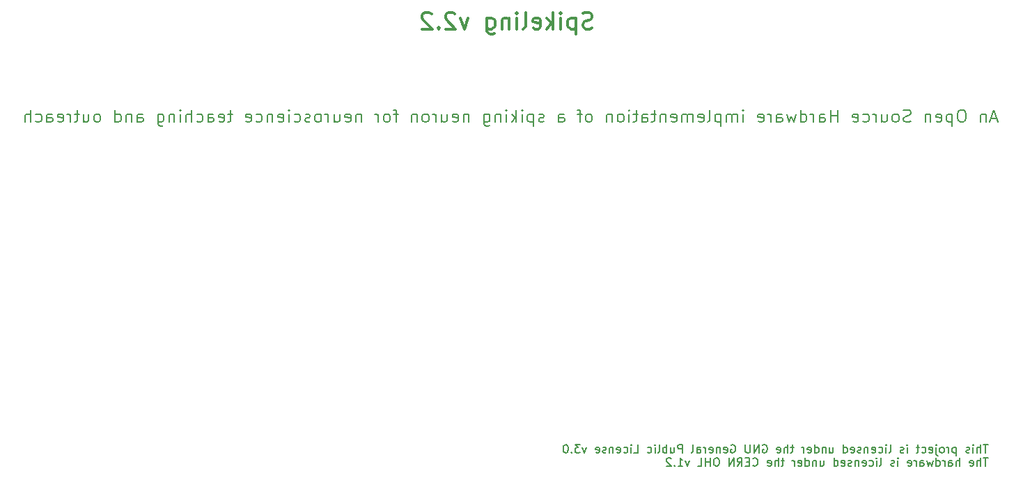
<source format=gbr>
%TF.GenerationSoftware,KiCad,Pcbnew,(6.0.4)*%
%TF.CreationDate,2022-10-21T11:56:49+02:00*%
%TF.ProjectId,Spikeling_V2.2c,5370696b-656c-4696-9e67-5f56322e3263,rev?*%
%TF.SameCoordinates,Original*%
%TF.FileFunction,Legend,Bot*%
%TF.FilePolarity,Positive*%
%FSLAX46Y46*%
G04 Gerber Fmt 4.6, Leading zero omitted, Abs format (unit mm)*
G04 Created by KiCad (PCBNEW (6.0.4)) date 2022-10-21 11:56:49*
%MOMM*%
%LPD*%
G01*
G04 APERTURE LIST*
%ADD10C,0.300000*%
%ADD11C,0.200000*%
%ADD12C,0.150000*%
G04 APERTURE END LIST*
D10*
X170133333Y-66109523D02*
X169847619Y-66204761D01*
X169371428Y-66204761D01*
X169180952Y-66109523D01*
X169085714Y-66014285D01*
X168990476Y-65823809D01*
X168990476Y-65633333D01*
X169085714Y-65442857D01*
X169180952Y-65347619D01*
X169371428Y-65252380D01*
X169752380Y-65157142D01*
X169942857Y-65061904D01*
X170038095Y-64966666D01*
X170133333Y-64776190D01*
X170133333Y-64585714D01*
X170038095Y-64395238D01*
X169942857Y-64300000D01*
X169752380Y-64204761D01*
X169276190Y-64204761D01*
X168990476Y-64300000D01*
X168133333Y-64871428D02*
X168133333Y-66871428D01*
X168133333Y-64966666D02*
X167942857Y-64871428D01*
X167561904Y-64871428D01*
X167371428Y-64966666D01*
X167276190Y-65061904D01*
X167180952Y-65252380D01*
X167180952Y-65823809D01*
X167276190Y-66014285D01*
X167371428Y-66109523D01*
X167561904Y-66204761D01*
X167942857Y-66204761D01*
X168133333Y-66109523D01*
X166323809Y-66204761D02*
X166323809Y-64871428D01*
X166323809Y-64204761D02*
X166419047Y-64300000D01*
X166323809Y-64395238D01*
X166228571Y-64300000D01*
X166323809Y-64204761D01*
X166323809Y-64395238D01*
X165371428Y-66204761D02*
X165371428Y-64204761D01*
X165180952Y-65442857D02*
X164609523Y-66204761D01*
X164609523Y-64871428D02*
X165371428Y-65633333D01*
X162990476Y-66109523D02*
X163180952Y-66204761D01*
X163561904Y-66204761D01*
X163752380Y-66109523D01*
X163847619Y-65919047D01*
X163847619Y-65157142D01*
X163752380Y-64966666D01*
X163561904Y-64871428D01*
X163180952Y-64871428D01*
X162990476Y-64966666D01*
X162895238Y-65157142D01*
X162895238Y-65347619D01*
X163847619Y-65538095D01*
X161752380Y-66204761D02*
X161942857Y-66109523D01*
X162038095Y-65919047D01*
X162038095Y-64204761D01*
X160990476Y-66204761D02*
X160990476Y-64871428D01*
X160990476Y-64204761D02*
X161085714Y-64300000D01*
X160990476Y-64395238D01*
X160895238Y-64300000D01*
X160990476Y-64204761D01*
X160990476Y-64395238D01*
X160038095Y-64871428D02*
X160038095Y-66204761D01*
X160038095Y-65061904D02*
X159942857Y-64966666D01*
X159752380Y-64871428D01*
X159466666Y-64871428D01*
X159276190Y-64966666D01*
X159180952Y-65157142D01*
X159180952Y-66204761D01*
X157371428Y-64871428D02*
X157371428Y-66490476D01*
X157466666Y-66680952D01*
X157561904Y-66776190D01*
X157752380Y-66871428D01*
X158038095Y-66871428D01*
X158228571Y-66776190D01*
X157371428Y-66109523D02*
X157561904Y-66204761D01*
X157942857Y-66204761D01*
X158133333Y-66109523D01*
X158228571Y-66014285D01*
X158323809Y-65823809D01*
X158323809Y-65252380D01*
X158228571Y-65061904D01*
X158133333Y-64966666D01*
X157942857Y-64871428D01*
X157561904Y-64871428D01*
X157371428Y-64966666D01*
X155085714Y-64871428D02*
X154609523Y-66204761D01*
X154133333Y-64871428D01*
X153466666Y-64395238D02*
X153371428Y-64300000D01*
X153180952Y-64204761D01*
X152704761Y-64204761D01*
X152514285Y-64300000D01*
X152419047Y-64395238D01*
X152323809Y-64585714D01*
X152323809Y-64776190D01*
X152419047Y-65061904D01*
X153561904Y-66204761D01*
X152323809Y-66204761D01*
X151466666Y-66014285D02*
X151371428Y-66109523D01*
X151466666Y-66204761D01*
X151561904Y-66109523D01*
X151466666Y-66014285D01*
X151466666Y-66204761D01*
X150609523Y-64395238D02*
X150514285Y-64300000D01*
X150323809Y-64204761D01*
X149847619Y-64204761D01*
X149657142Y-64300000D01*
X149561904Y-64395238D01*
X149466666Y-64585714D01*
X149466666Y-64776190D01*
X149561904Y-65061904D01*
X150704761Y-66204761D01*
X149466666Y-66204761D01*
D11*
X219357142Y-77100000D02*
X218642857Y-77100000D01*
X219499999Y-77528571D02*
X218999999Y-76028571D01*
X218499999Y-77528571D01*
X217999999Y-76528571D02*
X217999999Y-77528571D01*
X217999999Y-76671428D02*
X217928571Y-76600000D01*
X217785714Y-76528571D01*
X217571428Y-76528571D01*
X217428571Y-76600000D01*
X217357142Y-76742857D01*
X217357142Y-77528571D01*
X215214285Y-76028571D02*
X214928571Y-76028571D01*
X214785714Y-76100000D01*
X214642857Y-76242857D01*
X214571428Y-76528571D01*
X214571428Y-77028571D01*
X214642857Y-77314285D01*
X214785714Y-77457142D01*
X214928571Y-77528571D01*
X215214285Y-77528571D01*
X215357142Y-77457142D01*
X215499999Y-77314285D01*
X215571428Y-77028571D01*
X215571428Y-76528571D01*
X215499999Y-76242857D01*
X215357142Y-76100000D01*
X215214285Y-76028571D01*
X213928571Y-76528571D02*
X213928571Y-78028571D01*
X213928571Y-76600000D02*
X213785714Y-76528571D01*
X213499999Y-76528571D01*
X213357142Y-76600000D01*
X213285714Y-76671428D01*
X213214285Y-76814285D01*
X213214285Y-77242857D01*
X213285714Y-77385714D01*
X213357142Y-77457142D01*
X213499999Y-77528571D01*
X213785714Y-77528571D01*
X213928571Y-77457142D01*
X211999999Y-77457142D02*
X212142857Y-77528571D01*
X212428571Y-77528571D01*
X212571428Y-77457142D01*
X212642857Y-77314285D01*
X212642857Y-76742857D01*
X212571428Y-76600000D01*
X212428571Y-76528571D01*
X212142857Y-76528571D01*
X211999999Y-76600000D01*
X211928571Y-76742857D01*
X211928571Y-76885714D01*
X212642857Y-77028571D01*
X211285714Y-76528571D02*
X211285714Y-77528571D01*
X211285714Y-76671428D02*
X211214285Y-76600000D01*
X211071428Y-76528571D01*
X210857142Y-76528571D01*
X210714285Y-76600000D01*
X210642857Y-76742857D01*
X210642857Y-77528571D01*
X208857142Y-77457142D02*
X208642857Y-77528571D01*
X208285714Y-77528571D01*
X208142857Y-77457142D01*
X208071428Y-77385714D01*
X207999999Y-77242857D01*
X207999999Y-77100000D01*
X208071428Y-76957142D01*
X208142857Y-76885714D01*
X208285714Y-76814285D01*
X208571428Y-76742857D01*
X208714285Y-76671428D01*
X208785714Y-76600000D01*
X208857142Y-76457142D01*
X208857142Y-76314285D01*
X208785714Y-76171428D01*
X208714285Y-76100000D01*
X208571428Y-76028571D01*
X208214285Y-76028571D01*
X207999999Y-76100000D01*
X207142857Y-77528571D02*
X207285714Y-77457142D01*
X207357142Y-77385714D01*
X207428571Y-77242857D01*
X207428571Y-76814285D01*
X207357142Y-76671428D01*
X207285714Y-76600000D01*
X207142857Y-76528571D01*
X206928571Y-76528571D01*
X206785714Y-76600000D01*
X206714285Y-76671428D01*
X206642857Y-76814285D01*
X206642857Y-77242857D01*
X206714285Y-77385714D01*
X206785714Y-77457142D01*
X206928571Y-77528571D01*
X207142857Y-77528571D01*
X205357142Y-76528571D02*
X205357142Y-77528571D01*
X205999999Y-76528571D02*
X205999999Y-77314285D01*
X205928571Y-77457142D01*
X205785714Y-77528571D01*
X205571428Y-77528571D01*
X205428571Y-77457142D01*
X205357142Y-77385714D01*
X204642857Y-77528571D02*
X204642857Y-76528571D01*
X204642857Y-76814285D02*
X204571428Y-76671428D01*
X204499999Y-76600000D01*
X204357142Y-76528571D01*
X204214285Y-76528571D01*
X203071428Y-77457142D02*
X203214285Y-77528571D01*
X203499999Y-77528571D01*
X203642857Y-77457142D01*
X203714285Y-77385714D01*
X203785714Y-77242857D01*
X203785714Y-76814285D01*
X203714285Y-76671428D01*
X203642857Y-76600000D01*
X203499999Y-76528571D01*
X203214285Y-76528571D01*
X203071428Y-76600000D01*
X201857142Y-77457142D02*
X201999999Y-77528571D01*
X202285714Y-77528571D01*
X202428571Y-77457142D01*
X202499999Y-77314285D01*
X202499999Y-76742857D01*
X202428571Y-76600000D01*
X202285714Y-76528571D01*
X201999999Y-76528571D01*
X201857142Y-76600000D01*
X201785714Y-76742857D01*
X201785714Y-76885714D01*
X202499999Y-77028571D01*
X199999999Y-77528571D02*
X199999999Y-76028571D01*
X199999999Y-76742857D02*
X199142857Y-76742857D01*
X199142857Y-77528571D02*
X199142857Y-76028571D01*
X197785714Y-77528571D02*
X197785714Y-76742857D01*
X197857142Y-76600000D01*
X197999999Y-76528571D01*
X198285714Y-76528571D01*
X198428571Y-76600000D01*
X197785714Y-77457142D02*
X197928571Y-77528571D01*
X198285714Y-77528571D01*
X198428571Y-77457142D01*
X198499999Y-77314285D01*
X198499999Y-77171428D01*
X198428571Y-77028571D01*
X198285714Y-76957142D01*
X197928571Y-76957142D01*
X197785714Y-76885714D01*
X197071428Y-77528571D02*
X197071428Y-76528571D01*
X197071428Y-76814285D02*
X196999999Y-76671428D01*
X196928571Y-76600000D01*
X196785714Y-76528571D01*
X196642857Y-76528571D01*
X195499999Y-77528571D02*
X195499999Y-76028571D01*
X195499999Y-77457142D02*
X195642857Y-77528571D01*
X195928571Y-77528571D01*
X196071428Y-77457142D01*
X196142857Y-77385714D01*
X196214285Y-77242857D01*
X196214285Y-76814285D01*
X196142857Y-76671428D01*
X196071428Y-76600000D01*
X195928571Y-76528571D01*
X195642857Y-76528571D01*
X195499999Y-76600000D01*
X194928571Y-76528571D02*
X194642857Y-77528571D01*
X194357142Y-76814285D01*
X194071428Y-77528571D01*
X193785714Y-76528571D01*
X192571428Y-77528571D02*
X192571428Y-76742857D01*
X192642857Y-76600000D01*
X192785714Y-76528571D01*
X193071428Y-76528571D01*
X193214285Y-76600000D01*
X192571428Y-77457142D02*
X192714285Y-77528571D01*
X193071428Y-77528571D01*
X193214285Y-77457142D01*
X193285714Y-77314285D01*
X193285714Y-77171428D01*
X193214285Y-77028571D01*
X193071428Y-76957142D01*
X192714285Y-76957142D01*
X192571428Y-76885714D01*
X191857142Y-77528571D02*
X191857142Y-76528571D01*
X191857142Y-76814285D02*
X191785714Y-76671428D01*
X191714285Y-76600000D01*
X191571428Y-76528571D01*
X191428571Y-76528571D01*
X190357142Y-77457142D02*
X190499999Y-77528571D01*
X190785714Y-77528571D01*
X190928571Y-77457142D01*
X190999999Y-77314285D01*
X190999999Y-76742857D01*
X190928571Y-76600000D01*
X190785714Y-76528571D01*
X190499999Y-76528571D01*
X190357142Y-76600000D01*
X190285714Y-76742857D01*
X190285714Y-76885714D01*
X190999999Y-77028571D01*
X188499999Y-77528571D02*
X188499999Y-76528571D01*
X188499999Y-76028571D02*
X188571428Y-76100000D01*
X188499999Y-76171428D01*
X188428571Y-76100000D01*
X188499999Y-76028571D01*
X188499999Y-76171428D01*
X187785714Y-77528571D02*
X187785714Y-76528571D01*
X187785714Y-76671428D02*
X187714285Y-76600000D01*
X187571428Y-76528571D01*
X187357142Y-76528571D01*
X187214285Y-76600000D01*
X187142857Y-76742857D01*
X187142857Y-77528571D01*
X187142857Y-76742857D02*
X187071428Y-76600000D01*
X186928571Y-76528571D01*
X186714285Y-76528571D01*
X186571428Y-76600000D01*
X186499999Y-76742857D01*
X186499999Y-77528571D01*
X185785714Y-76528571D02*
X185785714Y-78028571D01*
X185785714Y-76600000D02*
X185642857Y-76528571D01*
X185357142Y-76528571D01*
X185214285Y-76600000D01*
X185142857Y-76671428D01*
X185071428Y-76814285D01*
X185071428Y-77242857D01*
X185142857Y-77385714D01*
X185214285Y-77457142D01*
X185357142Y-77528571D01*
X185642857Y-77528571D01*
X185785714Y-77457142D01*
X184214285Y-77528571D02*
X184357142Y-77457142D01*
X184428571Y-77314285D01*
X184428571Y-76028571D01*
X183071428Y-77457142D02*
X183214285Y-77528571D01*
X183499999Y-77528571D01*
X183642857Y-77457142D01*
X183714285Y-77314285D01*
X183714285Y-76742857D01*
X183642857Y-76600000D01*
X183499999Y-76528571D01*
X183214285Y-76528571D01*
X183071428Y-76600000D01*
X182999999Y-76742857D01*
X182999999Y-76885714D01*
X183714285Y-77028571D01*
X182357142Y-77528571D02*
X182357142Y-76528571D01*
X182357142Y-76671428D02*
X182285714Y-76600000D01*
X182142857Y-76528571D01*
X181928571Y-76528571D01*
X181785714Y-76600000D01*
X181714285Y-76742857D01*
X181714285Y-77528571D01*
X181714285Y-76742857D02*
X181642857Y-76600000D01*
X181499999Y-76528571D01*
X181285714Y-76528571D01*
X181142857Y-76600000D01*
X181071428Y-76742857D01*
X181071428Y-77528571D01*
X179785714Y-77457142D02*
X179928571Y-77528571D01*
X180214285Y-77528571D01*
X180357142Y-77457142D01*
X180428571Y-77314285D01*
X180428571Y-76742857D01*
X180357142Y-76600000D01*
X180214285Y-76528571D01*
X179928571Y-76528571D01*
X179785714Y-76600000D01*
X179714285Y-76742857D01*
X179714285Y-76885714D01*
X180428571Y-77028571D01*
X179071428Y-76528571D02*
X179071428Y-77528571D01*
X179071428Y-76671428D02*
X178999999Y-76600000D01*
X178857142Y-76528571D01*
X178642857Y-76528571D01*
X178499999Y-76600000D01*
X178428571Y-76742857D01*
X178428571Y-77528571D01*
X177928571Y-76528571D02*
X177357142Y-76528571D01*
X177714285Y-76028571D02*
X177714285Y-77314285D01*
X177642857Y-77457142D01*
X177499999Y-77528571D01*
X177357142Y-77528571D01*
X176214285Y-77528571D02*
X176214285Y-76742857D01*
X176285714Y-76600000D01*
X176428571Y-76528571D01*
X176714285Y-76528571D01*
X176857142Y-76600000D01*
X176214285Y-77457142D02*
X176357142Y-77528571D01*
X176714285Y-77528571D01*
X176857142Y-77457142D01*
X176928571Y-77314285D01*
X176928571Y-77171428D01*
X176857142Y-77028571D01*
X176714285Y-76957142D01*
X176357142Y-76957142D01*
X176214285Y-76885714D01*
X175714285Y-76528571D02*
X175142857Y-76528571D01*
X175500000Y-76028571D02*
X175500000Y-77314285D01*
X175428571Y-77457142D01*
X175285714Y-77528571D01*
X175142857Y-77528571D01*
X174642857Y-77528571D02*
X174642857Y-76528571D01*
X174642857Y-76028571D02*
X174714285Y-76100000D01*
X174642857Y-76171428D01*
X174571428Y-76100000D01*
X174642857Y-76028571D01*
X174642857Y-76171428D01*
X173714285Y-77528571D02*
X173857142Y-77457142D01*
X173928571Y-77385714D01*
X174000000Y-77242857D01*
X174000000Y-76814285D01*
X173928571Y-76671428D01*
X173857142Y-76600000D01*
X173714285Y-76528571D01*
X173500000Y-76528571D01*
X173357142Y-76600000D01*
X173285714Y-76671428D01*
X173214285Y-76814285D01*
X173214285Y-77242857D01*
X173285714Y-77385714D01*
X173357142Y-77457142D01*
X173500000Y-77528571D01*
X173714285Y-77528571D01*
X172571428Y-76528571D02*
X172571428Y-77528571D01*
X172571428Y-76671428D02*
X172500000Y-76600000D01*
X172357142Y-76528571D01*
X172142857Y-76528571D01*
X172000000Y-76600000D01*
X171928571Y-76742857D01*
X171928571Y-77528571D01*
X169857142Y-77528571D02*
X170000000Y-77457142D01*
X170071428Y-77385714D01*
X170142857Y-77242857D01*
X170142857Y-76814285D01*
X170071428Y-76671428D01*
X170000000Y-76600000D01*
X169857142Y-76528571D01*
X169642857Y-76528571D01*
X169500000Y-76600000D01*
X169428571Y-76671428D01*
X169357142Y-76814285D01*
X169357142Y-77242857D01*
X169428571Y-77385714D01*
X169500000Y-77457142D01*
X169642857Y-77528571D01*
X169857142Y-77528571D01*
X168928571Y-76528571D02*
X168357142Y-76528571D01*
X168714285Y-77528571D02*
X168714285Y-76242857D01*
X168642857Y-76100000D01*
X168500000Y-76028571D01*
X168357142Y-76028571D01*
X166071428Y-77528571D02*
X166071428Y-76742857D01*
X166142857Y-76600000D01*
X166285714Y-76528571D01*
X166571428Y-76528571D01*
X166714285Y-76600000D01*
X166071428Y-77457142D02*
X166214285Y-77528571D01*
X166571428Y-77528571D01*
X166714285Y-77457142D01*
X166785714Y-77314285D01*
X166785714Y-77171428D01*
X166714285Y-77028571D01*
X166571428Y-76957142D01*
X166214285Y-76957142D01*
X166071428Y-76885714D01*
X164285714Y-77457142D02*
X164142857Y-77528571D01*
X163857142Y-77528571D01*
X163714285Y-77457142D01*
X163642857Y-77314285D01*
X163642857Y-77242857D01*
X163714285Y-77100000D01*
X163857142Y-77028571D01*
X164071428Y-77028571D01*
X164214285Y-76957142D01*
X164285714Y-76814285D01*
X164285714Y-76742857D01*
X164214285Y-76600000D01*
X164071428Y-76528571D01*
X163857142Y-76528571D01*
X163714285Y-76600000D01*
X163000000Y-76528571D02*
X163000000Y-78028571D01*
X163000000Y-76600000D02*
X162857142Y-76528571D01*
X162571428Y-76528571D01*
X162428571Y-76600000D01*
X162357142Y-76671428D01*
X162285714Y-76814285D01*
X162285714Y-77242857D01*
X162357142Y-77385714D01*
X162428571Y-77457142D01*
X162571428Y-77528571D01*
X162857142Y-77528571D01*
X163000000Y-77457142D01*
X161642857Y-77528571D02*
X161642857Y-76528571D01*
X161642857Y-76028571D02*
X161714285Y-76100000D01*
X161642857Y-76171428D01*
X161571428Y-76100000D01*
X161642857Y-76028571D01*
X161642857Y-76171428D01*
X160928571Y-77528571D02*
X160928571Y-76028571D01*
X160785714Y-76957142D02*
X160357142Y-77528571D01*
X160357142Y-76528571D02*
X160928571Y-77100000D01*
X159714285Y-77528571D02*
X159714285Y-76528571D01*
X159714285Y-76028571D02*
X159785714Y-76100000D01*
X159714285Y-76171428D01*
X159642857Y-76100000D01*
X159714285Y-76028571D01*
X159714285Y-76171428D01*
X159000000Y-76528571D02*
X159000000Y-77528571D01*
X159000000Y-76671428D02*
X158928571Y-76600000D01*
X158785714Y-76528571D01*
X158571428Y-76528571D01*
X158428571Y-76600000D01*
X158357142Y-76742857D01*
X158357142Y-77528571D01*
X157000000Y-76528571D02*
X157000000Y-77742857D01*
X157071428Y-77885714D01*
X157142857Y-77957142D01*
X157285714Y-78028571D01*
X157500000Y-78028571D01*
X157642857Y-77957142D01*
X157000000Y-77457142D02*
X157142857Y-77528571D01*
X157428571Y-77528571D01*
X157571428Y-77457142D01*
X157642857Y-77385714D01*
X157714285Y-77242857D01*
X157714285Y-76814285D01*
X157642857Y-76671428D01*
X157571428Y-76600000D01*
X157428571Y-76528571D01*
X157142857Y-76528571D01*
X157000000Y-76600000D01*
X155142857Y-76528571D02*
X155142857Y-77528571D01*
X155142857Y-76671428D02*
X155071428Y-76600000D01*
X154928571Y-76528571D01*
X154714285Y-76528571D01*
X154571428Y-76600000D01*
X154500000Y-76742857D01*
X154500000Y-77528571D01*
X153214285Y-77457142D02*
X153357142Y-77528571D01*
X153642857Y-77528571D01*
X153785714Y-77457142D01*
X153857142Y-77314285D01*
X153857142Y-76742857D01*
X153785714Y-76600000D01*
X153642857Y-76528571D01*
X153357142Y-76528571D01*
X153214285Y-76600000D01*
X153142857Y-76742857D01*
X153142857Y-76885714D01*
X153857142Y-77028571D01*
X151857142Y-76528571D02*
X151857142Y-77528571D01*
X152500000Y-76528571D02*
X152500000Y-77314285D01*
X152428571Y-77457142D01*
X152285714Y-77528571D01*
X152071428Y-77528571D01*
X151928571Y-77457142D01*
X151857142Y-77385714D01*
X151142857Y-77528571D02*
X151142857Y-76528571D01*
X151142857Y-76814285D02*
X151071428Y-76671428D01*
X151000000Y-76600000D01*
X150857142Y-76528571D01*
X150714285Y-76528571D01*
X150000000Y-77528571D02*
X150142857Y-77457142D01*
X150214285Y-77385714D01*
X150285714Y-77242857D01*
X150285714Y-76814285D01*
X150214285Y-76671428D01*
X150142857Y-76600000D01*
X150000000Y-76528571D01*
X149785714Y-76528571D01*
X149642857Y-76600000D01*
X149571428Y-76671428D01*
X149500000Y-76814285D01*
X149500000Y-77242857D01*
X149571428Y-77385714D01*
X149642857Y-77457142D01*
X149785714Y-77528571D01*
X150000000Y-77528571D01*
X148857142Y-76528571D02*
X148857142Y-77528571D01*
X148857142Y-76671428D02*
X148785714Y-76600000D01*
X148642857Y-76528571D01*
X148428571Y-76528571D01*
X148285714Y-76600000D01*
X148214285Y-76742857D01*
X148214285Y-77528571D01*
X146571428Y-76528571D02*
X146000000Y-76528571D01*
X146357142Y-77528571D02*
X146357142Y-76242857D01*
X146285714Y-76100000D01*
X146142857Y-76028571D01*
X146000000Y-76028571D01*
X145285714Y-77528571D02*
X145428571Y-77457142D01*
X145500000Y-77385714D01*
X145571428Y-77242857D01*
X145571428Y-76814285D01*
X145500000Y-76671428D01*
X145428571Y-76600000D01*
X145285714Y-76528571D01*
X145071428Y-76528571D01*
X144928571Y-76600000D01*
X144857142Y-76671428D01*
X144785714Y-76814285D01*
X144785714Y-77242857D01*
X144857142Y-77385714D01*
X144928571Y-77457142D01*
X145071428Y-77528571D01*
X145285714Y-77528571D01*
X144142857Y-77528571D02*
X144142857Y-76528571D01*
X144142857Y-76814285D02*
X144071428Y-76671428D01*
X144000000Y-76600000D01*
X143857142Y-76528571D01*
X143714285Y-76528571D01*
X142071428Y-76528571D02*
X142071428Y-77528571D01*
X142071428Y-76671428D02*
X142000000Y-76600000D01*
X141857142Y-76528571D01*
X141642857Y-76528571D01*
X141500000Y-76600000D01*
X141428571Y-76742857D01*
X141428571Y-77528571D01*
X140142857Y-77457142D02*
X140285714Y-77528571D01*
X140571428Y-77528571D01*
X140714285Y-77457142D01*
X140785714Y-77314285D01*
X140785714Y-76742857D01*
X140714285Y-76600000D01*
X140571428Y-76528571D01*
X140285714Y-76528571D01*
X140142857Y-76600000D01*
X140071428Y-76742857D01*
X140071428Y-76885714D01*
X140785714Y-77028571D01*
X138785714Y-76528571D02*
X138785714Y-77528571D01*
X139428571Y-76528571D02*
X139428571Y-77314285D01*
X139357142Y-77457142D01*
X139214285Y-77528571D01*
X139000000Y-77528571D01*
X138857142Y-77457142D01*
X138785714Y-77385714D01*
X138071428Y-77528571D02*
X138071428Y-76528571D01*
X138071428Y-76814285D02*
X138000000Y-76671428D01*
X137928571Y-76600000D01*
X137785714Y-76528571D01*
X137642857Y-76528571D01*
X136928571Y-77528571D02*
X137071428Y-77457142D01*
X137142857Y-77385714D01*
X137214285Y-77242857D01*
X137214285Y-76814285D01*
X137142857Y-76671428D01*
X137071428Y-76600000D01*
X136928571Y-76528571D01*
X136714285Y-76528571D01*
X136571428Y-76600000D01*
X136500000Y-76671428D01*
X136428571Y-76814285D01*
X136428571Y-77242857D01*
X136500000Y-77385714D01*
X136571428Y-77457142D01*
X136714285Y-77528571D01*
X136928571Y-77528571D01*
X135857142Y-77457142D02*
X135714285Y-77528571D01*
X135428571Y-77528571D01*
X135285714Y-77457142D01*
X135214285Y-77314285D01*
X135214285Y-77242857D01*
X135285714Y-77100000D01*
X135428571Y-77028571D01*
X135642857Y-77028571D01*
X135785714Y-76957142D01*
X135857142Y-76814285D01*
X135857142Y-76742857D01*
X135785714Y-76600000D01*
X135642857Y-76528571D01*
X135428571Y-76528571D01*
X135285714Y-76600000D01*
X133928571Y-77457142D02*
X134071428Y-77528571D01*
X134357142Y-77528571D01*
X134500000Y-77457142D01*
X134571428Y-77385714D01*
X134642857Y-77242857D01*
X134642857Y-76814285D01*
X134571428Y-76671428D01*
X134500000Y-76600000D01*
X134357142Y-76528571D01*
X134071428Y-76528571D01*
X133928571Y-76600000D01*
X133285714Y-77528571D02*
X133285714Y-76528571D01*
X133285714Y-76028571D02*
X133357142Y-76100000D01*
X133285714Y-76171428D01*
X133214285Y-76100000D01*
X133285714Y-76028571D01*
X133285714Y-76171428D01*
X132000000Y-77457142D02*
X132142857Y-77528571D01*
X132428571Y-77528571D01*
X132571428Y-77457142D01*
X132642857Y-77314285D01*
X132642857Y-76742857D01*
X132571428Y-76600000D01*
X132428571Y-76528571D01*
X132142857Y-76528571D01*
X132000000Y-76600000D01*
X131928571Y-76742857D01*
X131928571Y-76885714D01*
X132642857Y-77028571D01*
X131285714Y-76528571D02*
X131285714Y-77528571D01*
X131285714Y-76671428D02*
X131214285Y-76600000D01*
X131071428Y-76528571D01*
X130857142Y-76528571D01*
X130714285Y-76600000D01*
X130642857Y-76742857D01*
X130642857Y-77528571D01*
X129285714Y-77457142D02*
X129428571Y-77528571D01*
X129714285Y-77528571D01*
X129857142Y-77457142D01*
X129928571Y-77385714D01*
X130000000Y-77242857D01*
X130000000Y-76814285D01*
X129928571Y-76671428D01*
X129857142Y-76600000D01*
X129714285Y-76528571D01*
X129428571Y-76528571D01*
X129285714Y-76600000D01*
X128071428Y-77457142D02*
X128214285Y-77528571D01*
X128500000Y-77528571D01*
X128642857Y-77457142D01*
X128714285Y-77314285D01*
X128714285Y-76742857D01*
X128642857Y-76600000D01*
X128500000Y-76528571D01*
X128214285Y-76528571D01*
X128071428Y-76600000D01*
X128000000Y-76742857D01*
X128000000Y-76885714D01*
X128714285Y-77028571D01*
X126428571Y-76528571D02*
X125857142Y-76528571D01*
X126214285Y-76028571D02*
X126214285Y-77314285D01*
X126142857Y-77457142D01*
X126000000Y-77528571D01*
X125857142Y-77528571D01*
X124785714Y-77457142D02*
X124928571Y-77528571D01*
X125214285Y-77528571D01*
X125357142Y-77457142D01*
X125428571Y-77314285D01*
X125428571Y-76742857D01*
X125357142Y-76600000D01*
X125214285Y-76528571D01*
X124928571Y-76528571D01*
X124785714Y-76600000D01*
X124714285Y-76742857D01*
X124714285Y-76885714D01*
X125428571Y-77028571D01*
X123428571Y-77528571D02*
X123428571Y-76742857D01*
X123499999Y-76600000D01*
X123642857Y-76528571D01*
X123928571Y-76528571D01*
X124071428Y-76600000D01*
X123428571Y-77457142D02*
X123571428Y-77528571D01*
X123928571Y-77528571D01*
X124071428Y-77457142D01*
X124142857Y-77314285D01*
X124142857Y-77171428D01*
X124071428Y-77028571D01*
X123928571Y-76957142D01*
X123571428Y-76957142D01*
X123428571Y-76885714D01*
X122071428Y-77457142D02*
X122214285Y-77528571D01*
X122499999Y-77528571D01*
X122642857Y-77457142D01*
X122714285Y-77385714D01*
X122785714Y-77242857D01*
X122785714Y-76814285D01*
X122714285Y-76671428D01*
X122642857Y-76600000D01*
X122499999Y-76528571D01*
X122214285Y-76528571D01*
X122071428Y-76600000D01*
X121428571Y-77528571D02*
X121428571Y-76028571D01*
X120785714Y-77528571D02*
X120785714Y-76742857D01*
X120857142Y-76600000D01*
X120999999Y-76528571D01*
X121214285Y-76528571D01*
X121357142Y-76600000D01*
X121428571Y-76671428D01*
X120071428Y-77528571D02*
X120071428Y-76528571D01*
X120071428Y-76028571D02*
X120142857Y-76100000D01*
X120071428Y-76171428D01*
X119999999Y-76100000D01*
X120071428Y-76028571D01*
X120071428Y-76171428D01*
X119357142Y-76528571D02*
X119357142Y-77528571D01*
X119357142Y-76671428D02*
X119285714Y-76600000D01*
X119142857Y-76528571D01*
X118928571Y-76528571D01*
X118785714Y-76600000D01*
X118714285Y-76742857D01*
X118714285Y-77528571D01*
X117357142Y-76528571D02*
X117357142Y-77742857D01*
X117428571Y-77885714D01*
X117499999Y-77957142D01*
X117642857Y-78028571D01*
X117857142Y-78028571D01*
X117999999Y-77957142D01*
X117357142Y-77457142D02*
X117499999Y-77528571D01*
X117785714Y-77528571D01*
X117928571Y-77457142D01*
X117999999Y-77385714D01*
X118071428Y-77242857D01*
X118071428Y-76814285D01*
X117999999Y-76671428D01*
X117928571Y-76600000D01*
X117785714Y-76528571D01*
X117499999Y-76528571D01*
X117357142Y-76600000D01*
X114857142Y-77528571D02*
X114857142Y-76742857D01*
X114928571Y-76600000D01*
X115071428Y-76528571D01*
X115357142Y-76528571D01*
X115499999Y-76600000D01*
X114857142Y-77457142D02*
X114999999Y-77528571D01*
X115357142Y-77528571D01*
X115499999Y-77457142D01*
X115571428Y-77314285D01*
X115571428Y-77171428D01*
X115499999Y-77028571D01*
X115357142Y-76957142D01*
X114999999Y-76957142D01*
X114857142Y-76885714D01*
X114142857Y-76528571D02*
X114142857Y-77528571D01*
X114142857Y-76671428D02*
X114071428Y-76600000D01*
X113928571Y-76528571D01*
X113714285Y-76528571D01*
X113571428Y-76600000D01*
X113499999Y-76742857D01*
X113499999Y-77528571D01*
X112142857Y-77528571D02*
X112142857Y-76028571D01*
X112142857Y-77457142D02*
X112285714Y-77528571D01*
X112571428Y-77528571D01*
X112714285Y-77457142D01*
X112785714Y-77385714D01*
X112857142Y-77242857D01*
X112857142Y-76814285D01*
X112785714Y-76671428D01*
X112714285Y-76600000D01*
X112571428Y-76528571D01*
X112285714Y-76528571D01*
X112142857Y-76600000D01*
X110071428Y-77528571D02*
X110214285Y-77457142D01*
X110285714Y-77385714D01*
X110357142Y-77242857D01*
X110357142Y-76814285D01*
X110285714Y-76671428D01*
X110214285Y-76600000D01*
X110071428Y-76528571D01*
X109857142Y-76528571D01*
X109714285Y-76600000D01*
X109642857Y-76671428D01*
X109571428Y-76814285D01*
X109571428Y-77242857D01*
X109642857Y-77385714D01*
X109714285Y-77457142D01*
X109857142Y-77528571D01*
X110071428Y-77528571D01*
X108285714Y-76528571D02*
X108285714Y-77528571D01*
X108928571Y-76528571D02*
X108928571Y-77314285D01*
X108857142Y-77457142D01*
X108714285Y-77528571D01*
X108499999Y-77528571D01*
X108357142Y-77457142D01*
X108285714Y-77385714D01*
X107785714Y-76528571D02*
X107214285Y-76528571D01*
X107571428Y-76028571D02*
X107571428Y-77314285D01*
X107499999Y-77457142D01*
X107357142Y-77528571D01*
X107214285Y-77528571D01*
X106714285Y-77528571D02*
X106714285Y-76528571D01*
X106714285Y-76814285D02*
X106642857Y-76671428D01*
X106571428Y-76600000D01*
X106428571Y-76528571D01*
X106285714Y-76528571D01*
X105214285Y-77457142D02*
X105357142Y-77528571D01*
X105642857Y-77528571D01*
X105785714Y-77457142D01*
X105857142Y-77314285D01*
X105857142Y-76742857D01*
X105785714Y-76600000D01*
X105642857Y-76528571D01*
X105357142Y-76528571D01*
X105214285Y-76600000D01*
X105142857Y-76742857D01*
X105142857Y-76885714D01*
X105857142Y-77028571D01*
X103857142Y-77528571D02*
X103857142Y-76742857D01*
X103928571Y-76600000D01*
X104071428Y-76528571D01*
X104357142Y-76528571D01*
X104499999Y-76600000D01*
X103857142Y-77457142D02*
X103999999Y-77528571D01*
X104357142Y-77528571D01*
X104499999Y-77457142D01*
X104571428Y-77314285D01*
X104571428Y-77171428D01*
X104499999Y-77028571D01*
X104357142Y-76957142D01*
X103999999Y-76957142D01*
X103857142Y-76885714D01*
X102499999Y-77457142D02*
X102642857Y-77528571D01*
X102928571Y-77528571D01*
X103071428Y-77457142D01*
X103142857Y-77385714D01*
X103214285Y-77242857D01*
X103214285Y-76814285D01*
X103142857Y-76671428D01*
X103071428Y-76600000D01*
X102928571Y-76528571D01*
X102642857Y-76528571D01*
X102499999Y-76600000D01*
X101857142Y-77528571D02*
X101857142Y-76028571D01*
X101214285Y-77528571D02*
X101214285Y-76742857D01*
X101285714Y-76600000D01*
X101428571Y-76528571D01*
X101642857Y-76528571D01*
X101785714Y-76600000D01*
X101857142Y-76671428D01*
D12*
X218257261Y-116697380D02*
X217685833Y-116697380D01*
X217971547Y-117697380D02*
X217971547Y-116697380D01*
X217352500Y-117697380D02*
X217352500Y-116697380D01*
X216923928Y-117697380D02*
X216923928Y-117173571D01*
X216971547Y-117078333D01*
X217066785Y-117030714D01*
X217209642Y-117030714D01*
X217304880Y-117078333D01*
X217352500Y-117125952D01*
X216447738Y-117697380D02*
X216447738Y-117030714D01*
X216447738Y-116697380D02*
X216495357Y-116745000D01*
X216447738Y-116792619D01*
X216400119Y-116745000D01*
X216447738Y-116697380D01*
X216447738Y-116792619D01*
X216019166Y-117649761D02*
X215923928Y-117697380D01*
X215733452Y-117697380D01*
X215638214Y-117649761D01*
X215590595Y-117554523D01*
X215590595Y-117506904D01*
X215638214Y-117411666D01*
X215733452Y-117364047D01*
X215876309Y-117364047D01*
X215971547Y-117316428D01*
X216019166Y-117221190D01*
X216019166Y-117173571D01*
X215971547Y-117078333D01*
X215876309Y-117030714D01*
X215733452Y-117030714D01*
X215638214Y-117078333D01*
X214400119Y-117030714D02*
X214400119Y-118030714D01*
X214400119Y-117078333D02*
X214304880Y-117030714D01*
X214114404Y-117030714D01*
X214019166Y-117078333D01*
X213971547Y-117125952D01*
X213923928Y-117221190D01*
X213923928Y-117506904D01*
X213971547Y-117602142D01*
X214019166Y-117649761D01*
X214114404Y-117697380D01*
X214304880Y-117697380D01*
X214400119Y-117649761D01*
X213495357Y-117697380D02*
X213495357Y-117030714D01*
X213495357Y-117221190D02*
X213447738Y-117125952D01*
X213400119Y-117078333D01*
X213304880Y-117030714D01*
X213209642Y-117030714D01*
X212733452Y-117697380D02*
X212828690Y-117649761D01*
X212876309Y-117602142D01*
X212923928Y-117506904D01*
X212923928Y-117221190D01*
X212876309Y-117125952D01*
X212828690Y-117078333D01*
X212733452Y-117030714D01*
X212590595Y-117030714D01*
X212495357Y-117078333D01*
X212447738Y-117125952D01*
X212400119Y-117221190D01*
X212400119Y-117506904D01*
X212447738Y-117602142D01*
X212495357Y-117649761D01*
X212590595Y-117697380D01*
X212733452Y-117697380D01*
X211971547Y-117030714D02*
X211971547Y-117887857D01*
X212019166Y-117983095D01*
X212114404Y-118030714D01*
X212162023Y-118030714D01*
X211971547Y-116697380D02*
X212019166Y-116745000D01*
X211971547Y-116792619D01*
X211923928Y-116745000D01*
X211971547Y-116697380D01*
X211971547Y-116792619D01*
X211114404Y-117649761D02*
X211209642Y-117697380D01*
X211400119Y-117697380D01*
X211495357Y-117649761D01*
X211542976Y-117554523D01*
X211542976Y-117173571D01*
X211495357Y-117078333D01*
X211400119Y-117030714D01*
X211209642Y-117030714D01*
X211114404Y-117078333D01*
X211066785Y-117173571D01*
X211066785Y-117268809D01*
X211542976Y-117364047D01*
X210209642Y-117649761D02*
X210304880Y-117697380D01*
X210495357Y-117697380D01*
X210590595Y-117649761D01*
X210638214Y-117602142D01*
X210685833Y-117506904D01*
X210685833Y-117221190D01*
X210638214Y-117125952D01*
X210590595Y-117078333D01*
X210495357Y-117030714D01*
X210304880Y-117030714D01*
X210209642Y-117078333D01*
X209923928Y-117030714D02*
X209542976Y-117030714D01*
X209781071Y-116697380D02*
X209781071Y-117554523D01*
X209733452Y-117649761D01*
X209638214Y-117697380D01*
X209542976Y-117697380D01*
X208447738Y-117697380D02*
X208447738Y-117030714D01*
X208447738Y-116697380D02*
X208495357Y-116745000D01*
X208447738Y-116792619D01*
X208400119Y-116745000D01*
X208447738Y-116697380D01*
X208447738Y-116792619D01*
X208019166Y-117649761D02*
X207923928Y-117697380D01*
X207733452Y-117697380D01*
X207638214Y-117649761D01*
X207590595Y-117554523D01*
X207590595Y-117506904D01*
X207638214Y-117411666D01*
X207733452Y-117364047D01*
X207876309Y-117364047D01*
X207971547Y-117316428D01*
X208019166Y-117221190D01*
X208019166Y-117173571D01*
X207971547Y-117078333D01*
X207876309Y-117030714D01*
X207733452Y-117030714D01*
X207638214Y-117078333D01*
X206257261Y-117697380D02*
X206352500Y-117649761D01*
X206400119Y-117554523D01*
X206400119Y-116697380D01*
X205876309Y-117697380D02*
X205876309Y-117030714D01*
X205876309Y-116697380D02*
X205923928Y-116745000D01*
X205876309Y-116792619D01*
X205828690Y-116745000D01*
X205876309Y-116697380D01*
X205876309Y-116792619D01*
X204971547Y-117649761D02*
X205066785Y-117697380D01*
X205257261Y-117697380D01*
X205352500Y-117649761D01*
X205400119Y-117602142D01*
X205447738Y-117506904D01*
X205447738Y-117221190D01*
X205400119Y-117125952D01*
X205352500Y-117078333D01*
X205257261Y-117030714D01*
X205066785Y-117030714D01*
X204971547Y-117078333D01*
X204162023Y-117649761D02*
X204257261Y-117697380D01*
X204447738Y-117697380D01*
X204542976Y-117649761D01*
X204590595Y-117554523D01*
X204590595Y-117173571D01*
X204542976Y-117078333D01*
X204447738Y-117030714D01*
X204257261Y-117030714D01*
X204162023Y-117078333D01*
X204114404Y-117173571D01*
X204114404Y-117268809D01*
X204590595Y-117364047D01*
X203685833Y-117030714D02*
X203685833Y-117697380D01*
X203685833Y-117125952D02*
X203638214Y-117078333D01*
X203542976Y-117030714D01*
X203400119Y-117030714D01*
X203304880Y-117078333D01*
X203257261Y-117173571D01*
X203257261Y-117697380D01*
X202828690Y-117649761D02*
X202733452Y-117697380D01*
X202542976Y-117697380D01*
X202447738Y-117649761D01*
X202400119Y-117554523D01*
X202400119Y-117506904D01*
X202447738Y-117411666D01*
X202542976Y-117364047D01*
X202685833Y-117364047D01*
X202781071Y-117316428D01*
X202828690Y-117221190D01*
X202828690Y-117173571D01*
X202781071Y-117078333D01*
X202685833Y-117030714D01*
X202542976Y-117030714D01*
X202447738Y-117078333D01*
X201590595Y-117649761D02*
X201685833Y-117697380D01*
X201876309Y-117697380D01*
X201971547Y-117649761D01*
X202019166Y-117554523D01*
X202019166Y-117173571D01*
X201971547Y-117078333D01*
X201876309Y-117030714D01*
X201685833Y-117030714D01*
X201590595Y-117078333D01*
X201542976Y-117173571D01*
X201542976Y-117268809D01*
X202019166Y-117364047D01*
X200685833Y-117697380D02*
X200685833Y-116697380D01*
X200685833Y-117649761D02*
X200781071Y-117697380D01*
X200971547Y-117697380D01*
X201066785Y-117649761D01*
X201114404Y-117602142D01*
X201162023Y-117506904D01*
X201162023Y-117221190D01*
X201114404Y-117125952D01*
X201066785Y-117078333D01*
X200971547Y-117030714D01*
X200781071Y-117030714D01*
X200685833Y-117078333D01*
X199019166Y-117030714D02*
X199019166Y-117697380D01*
X199447738Y-117030714D02*
X199447738Y-117554523D01*
X199400119Y-117649761D01*
X199304880Y-117697380D01*
X199162023Y-117697380D01*
X199066785Y-117649761D01*
X199019166Y-117602142D01*
X198542976Y-117030714D02*
X198542976Y-117697380D01*
X198542976Y-117125952D02*
X198495357Y-117078333D01*
X198400119Y-117030714D01*
X198257261Y-117030714D01*
X198162023Y-117078333D01*
X198114404Y-117173571D01*
X198114404Y-117697380D01*
X197209642Y-117697380D02*
X197209642Y-116697380D01*
X197209642Y-117649761D02*
X197304880Y-117697380D01*
X197495357Y-117697380D01*
X197590595Y-117649761D01*
X197638214Y-117602142D01*
X197685833Y-117506904D01*
X197685833Y-117221190D01*
X197638214Y-117125952D01*
X197590595Y-117078333D01*
X197495357Y-117030714D01*
X197304880Y-117030714D01*
X197209642Y-117078333D01*
X196352500Y-117649761D02*
X196447738Y-117697380D01*
X196638214Y-117697380D01*
X196733452Y-117649761D01*
X196781071Y-117554523D01*
X196781071Y-117173571D01*
X196733452Y-117078333D01*
X196638214Y-117030714D01*
X196447738Y-117030714D01*
X196352500Y-117078333D01*
X196304880Y-117173571D01*
X196304880Y-117268809D01*
X196781071Y-117364047D01*
X195876309Y-117697380D02*
X195876309Y-117030714D01*
X195876309Y-117221190D02*
X195828690Y-117125952D01*
X195781071Y-117078333D01*
X195685833Y-117030714D01*
X195590595Y-117030714D01*
X194638214Y-117030714D02*
X194257261Y-117030714D01*
X194495357Y-116697380D02*
X194495357Y-117554523D01*
X194447738Y-117649761D01*
X194352500Y-117697380D01*
X194257261Y-117697380D01*
X193923928Y-117697380D02*
X193923928Y-116697380D01*
X193495357Y-117697380D02*
X193495357Y-117173571D01*
X193542976Y-117078333D01*
X193638214Y-117030714D01*
X193781071Y-117030714D01*
X193876309Y-117078333D01*
X193923928Y-117125952D01*
X192638214Y-117649761D02*
X192733452Y-117697380D01*
X192923928Y-117697380D01*
X193019166Y-117649761D01*
X193066785Y-117554523D01*
X193066785Y-117173571D01*
X193019166Y-117078333D01*
X192923928Y-117030714D01*
X192733452Y-117030714D01*
X192638214Y-117078333D01*
X192590595Y-117173571D01*
X192590595Y-117268809D01*
X193066785Y-117364047D01*
X190876309Y-116745000D02*
X190971547Y-116697380D01*
X191114404Y-116697380D01*
X191257261Y-116745000D01*
X191352500Y-116840238D01*
X191400119Y-116935476D01*
X191447738Y-117125952D01*
X191447738Y-117268809D01*
X191400119Y-117459285D01*
X191352500Y-117554523D01*
X191257261Y-117649761D01*
X191114404Y-117697380D01*
X191019166Y-117697380D01*
X190876309Y-117649761D01*
X190828690Y-117602142D01*
X190828690Y-117268809D01*
X191019166Y-117268809D01*
X190400119Y-117697380D02*
X190400119Y-116697380D01*
X189828690Y-117697380D01*
X189828690Y-116697380D01*
X189352500Y-116697380D02*
X189352500Y-117506904D01*
X189304880Y-117602142D01*
X189257261Y-117649761D01*
X189162023Y-117697380D01*
X188971547Y-117697380D01*
X188876309Y-117649761D01*
X188828690Y-117602142D01*
X188781071Y-117506904D01*
X188781071Y-116697380D01*
X187019166Y-116745000D02*
X187114404Y-116697380D01*
X187257261Y-116697380D01*
X187400119Y-116745000D01*
X187495357Y-116840238D01*
X187542976Y-116935476D01*
X187590595Y-117125952D01*
X187590595Y-117268809D01*
X187542976Y-117459285D01*
X187495357Y-117554523D01*
X187400119Y-117649761D01*
X187257261Y-117697380D01*
X187162023Y-117697380D01*
X187019166Y-117649761D01*
X186971547Y-117602142D01*
X186971547Y-117268809D01*
X187162023Y-117268809D01*
X186162023Y-117649761D02*
X186257261Y-117697380D01*
X186447738Y-117697380D01*
X186542976Y-117649761D01*
X186590595Y-117554523D01*
X186590595Y-117173571D01*
X186542976Y-117078333D01*
X186447738Y-117030714D01*
X186257261Y-117030714D01*
X186162023Y-117078333D01*
X186114404Y-117173571D01*
X186114404Y-117268809D01*
X186590595Y-117364047D01*
X185685833Y-117030714D02*
X185685833Y-117697380D01*
X185685833Y-117125952D02*
X185638214Y-117078333D01*
X185542976Y-117030714D01*
X185400119Y-117030714D01*
X185304880Y-117078333D01*
X185257261Y-117173571D01*
X185257261Y-117697380D01*
X184400119Y-117649761D02*
X184495357Y-117697380D01*
X184685833Y-117697380D01*
X184781071Y-117649761D01*
X184828690Y-117554523D01*
X184828690Y-117173571D01*
X184781071Y-117078333D01*
X184685833Y-117030714D01*
X184495357Y-117030714D01*
X184400119Y-117078333D01*
X184352500Y-117173571D01*
X184352500Y-117268809D01*
X184828690Y-117364047D01*
X183923928Y-117697380D02*
X183923928Y-117030714D01*
X183923928Y-117221190D02*
X183876309Y-117125952D01*
X183828690Y-117078333D01*
X183733452Y-117030714D01*
X183638214Y-117030714D01*
X182876309Y-117697380D02*
X182876309Y-117173571D01*
X182923928Y-117078333D01*
X183019166Y-117030714D01*
X183209642Y-117030714D01*
X183304880Y-117078333D01*
X182876309Y-117649761D02*
X182971547Y-117697380D01*
X183209642Y-117697380D01*
X183304880Y-117649761D01*
X183352500Y-117554523D01*
X183352500Y-117459285D01*
X183304880Y-117364047D01*
X183209642Y-117316428D01*
X182971547Y-117316428D01*
X182876309Y-117268809D01*
X182257261Y-117697380D02*
X182352500Y-117649761D01*
X182400119Y-117554523D01*
X182400119Y-116697380D01*
X181114404Y-117697380D02*
X181114404Y-116697380D01*
X180733452Y-116697380D01*
X180638214Y-116745000D01*
X180590595Y-116792619D01*
X180542976Y-116887857D01*
X180542976Y-117030714D01*
X180590595Y-117125952D01*
X180638214Y-117173571D01*
X180733452Y-117221190D01*
X181114404Y-117221190D01*
X179685833Y-117030714D02*
X179685833Y-117697380D01*
X180114404Y-117030714D02*
X180114404Y-117554523D01*
X180066785Y-117649761D01*
X179971547Y-117697380D01*
X179828690Y-117697380D01*
X179733452Y-117649761D01*
X179685833Y-117602142D01*
X179209642Y-117697380D02*
X179209642Y-116697380D01*
X179209642Y-117078333D02*
X179114404Y-117030714D01*
X178923928Y-117030714D01*
X178828690Y-117078333D01*
X178781071Y-117125952D01*
X178733452Y-117221190D01*
X178733452Y-117506904D01*
X178781071Y-117602142D01*
X178828690Y-117649761D01*
X178923928Y-117697380D01*
X179114404Y-117697380D01*
X179209642Y-117649761D01*
X178162023Y-117697380D02*
X178257261Y-117649761D01*
X178304880Y-117554523D01*
X178304880Y-116697380D01*
X177781071Y-117697380D02*
X177781071Y-117030714D01*
X177781071Y-116697380D02*
X177828690Y-116745000D01*
X177781071Y-116792619D01*
X177733452Y-116745000D01*
X177781071Y-116697380D01*
X177781071Y-116792619D01*
X176876309Y-117649761D02*
X176971547Y-117697380D01*
X177162023Y-117697380D01*
X177257261Y-117649761D01*
X177304880Y-117602142D01*
X177352500Y-117506904D01*
X177352500Y-117221190D01*
X177304880Y-117125952D01*
X177257261Y-117078333D01*
X177162023Y-117030714D01*
X176971547Y-117030714D01*
X176876309Y-117078333D01*
X175209642Y-117697380D02*
X175685833Y-117697380D01*
X175685833Y-116697380D01*
X174876309Y-117697380D02*
X174876309Y-117030714D01*
X174876309Y-116697380D02*
X174923928Y-116745000D01*
X174876309Y-116792619D01*
X174828690Y-116745000D01*
X174876309Y-116697380D01*
X174876309Y-116792619D01*
X173971547Y-117649761D02*
X174066785Y-117697380D01*
X174257261Y-117697380D01*
X174352500Y-117649761D01*
X174400119Y-117602142D01*
X174447738Y-117506904D01*
X174447738Y-117221190D01*
X174400119Y-117125952D01*
X174352500Y-117078333D01*
X174257261Y-117030714D01*
X174066785Y-117030714D01*
X173971547Y-117078333D01*
X173162023Y-117649761D02*
X173257261Y-117697380D01*
X173447738Y-117697380D01*
X173542976Y-117649761D01*
X173590595Y-117554523D01*
X173590595Y-117173571D01*
X173542976Y-117078333D01*
X173447738Y-117030714D01*
X173257261Y-117030714D01*
X173162023Y-117078333D01*
X173114404Y-117173571D01*
X173114404Y-117268809D01*
X173590595Y-117364047D01*
X172685833Y-117030714D02*
X172685833Y-117697380D01*
X172685833Y-117125952D02*
X172638214Y-117078333D01*
X172542976Y-117030714D01*
X172400119Y-117030714D01*
X172304880Y-117078333D01*
X172257261Y-117173571D01*
X172257261Y-117697380D01*
X171828690Y-117649761D02*
X171733452Y-117697380D01*
X171542976Y-117697380D01*
X171447738Y-117649761D01*
X171400119Y-117554523D01*
X171400119Y-117506904D01*
X171447738Y-117411666D01*
X171542976Y-117364047D01*
X171685833Y-117364047D01*
X171781071Y-117316428D01*
X171828690Y-117221190D01*
X171828690Y-117173571D01*
X171781071Y-117078333D01*
X171685833Y-117030714D01*
X171542976Y-117030714D01*
X171447738Y-117078333D01*
X170590595Y-117649761D02*
X170685833Y-117697380D01*
X170876309Y-117697380D01*
X170971547Y-117649761D01*
X171019166Y-117554523D01*
X171019166Y-117173571D01*
X170971547Y-117078333D01*
X170876309Y-117030714D01*
X170685833Y-117030714D01*
X170590595Y-117078333D01*
X170542976Y-117173571D01*
X170542976Y-117268809D01*
X171019166Y-117364047D01*
X169447738Y-117030714D02*
X169209642Y-117697380D01*
X168971547Y-117030714D01*
X168685833Y-116697380D02*
X168066785Y-116697380D01*
X168400119Y-117078333D01*
X168257261Y-117078333D01*
X168162023Y-117125952D01*
X168114404Y-117173571D01*
X168066785Y-117268809D01*
X168066785Y-117506904D01*
X168114404Y-117602142D01*
X168162023Y-117649761D01*
X168257261Y-117697380D01*
X168542976Y-117697380D01*
X168638214Y-117649761D01*
X168685833Y-117602142D01*
X167638214Y-117602142D02*
X167590595Y-117649761D01*
X167638214Y-117697380D01*
X167685833Y-117649761D01*
X167638214Y-117602142D01*
X167638214Y-117697380D01*
X166971547Y-116697380D02*
X166876309Y-116697380D01*
X166781071Y-116745000D01*
X166733452Y-116792619D01*
X166685833Y-116887857D01*
X166638214Y-117078333D01*
X166638214Y-117316428D01*
X166685833Y-117506904D01*
X166733452Y-117602142D01*
X166781071Y-117649761D01*
X166876309Y-117697380D01*
X166971547Y-117697380D01*
X167066785Y-117649761D01*
X167114404Y-117602142D01*
X167162023Y-117506904D01*
X167209642Y-117316428D01*
X167209642Y-117078333D01*
X167162023Y-116887857D01*
X167114404Y-116792619D01*
X167066785Y-116745000D01*
X166971547Y-116697380D01*
X218257261Y-118307380D02*
X217685833Y-118307380D01*
X217971547Y-119307380D02*
X217971547Y-118307380D01*
X217352500Y-119307380D02*
X217352500Y-118307380D01*
X216923928Y-119307380D02*
X216923928Y-118783571D01*
X216971547Y-118688333D01*
X217066785Y-118640714D01*
X217209642Y-118640714D01*
X217304880Y-118688333D01*
X217352500Y-118735952D01*
X216066785Y-119259761D02*
X216162023Y-119307380D01*
X216352500Y-119307380D01*
X216447738Y-119259761D01*
X216495357Y-119164523D01*
X216495357Y-118783571D01*
X216447738Y-118688333D01*
X216352500Y-118640714D01*
X216162023Y-118640714D01*
X216066785Y-118688333D01*
X216019166Y-118783571D01*
X216019166Y-118878809D01*
X216495357Y-118974047D01*
X214828690Y-119307380D02*
X214828690Y-118307380D01*
X214400119Y-119307380D02*
X214400119Y-118783571D01*
X214447738Y-118688333D01*
X214542976Y-118640714D01*
X214685833Y-118640714D01*
X214781071Y-118688333D01*
X214828690Y-118735952D01*
X213495357Y-119307380D02*
X213495357Y-118783571D01*
X213542976Y-118688333D01*
X213638214Y-118640714D01*
X213828690Y-118640714D01*
X213923928Y-118688333D01*
X213495357Y-119259761D02*
X213590595Y-119307380D01*
X213828690Y-119307380D01*
X213923928Y-119259761D01*
X213971547Y-119164523D01*
X213971547Y-119069285D01*
X213923928Y-118974047D01*
X213828690Y-118926428D01*
X213590595Y-118926428D01*
X213495357Y-118878809D01*
X213019166Y-119307380D02*
X213019166Y-118640714D01*
X213019166Y-118831190D02*
X212971547Y-118735952D01*
X212923928Y-118688333D01*
X212828690Y-118640714D01*
X212733452Y-118640714D01*
X211971547Y-119307380D02*
X211971547Y-118307380D01*
X211971547Y-119259761D02*
X212066785Y-119307380D01*
X212257261Y-119307380D01*
X212352500Y-119259761D01*
X212400119Y-119212142D01*
X212447738Y-119116904D01*
X212447738Y-118831190D01*
X212400119Y-118735952D01*
X212352500Y-118688333D01*
X212257261Y-118640714D01*
X212066785Y-118640714D01*
X211971547Y-118688333D01*
X211590595Y-118640714D02*
X211400119Y-119307380D01*
X211209642Y-118831190D01*
X211019166Y-119307380D01*
X210828690Y-118640714D01*
X210019166Y-119307380D02*
X210019166Y-118783571D01*
X210066785Y-118688333D01*
X210162023Y-118640714D01*
X210352500Y-118640714D01*
X210447738Y-118688333D01*
X210019166Y-119259761D02*
X210114404Y-119307380D01*
X210352500Y-119307380D01*
X210447738Y-119259761D01*
X210495357Y-119164523D01*
X210495357Y-119069285D01*
X210447738Y-118974047D01*
X210352500Y-118926428D01*
X210114404Y-118926428D01*
X210019166Y-118878809D01*
X209542976Y-119307380D02*
X209542976Y-118640714D01*
X209542976Y-118831190D02*
X209495357Y-118735952D01*
X209447738Y-118688333D01*
X209352500Y-118640714D01*
X209257261Y-118640714D01*
X208542976Y-119259761D02*
X208638214Y-119307380D01*
X208828690Y-119307380D01*
X208923928Y-119259761D01*
X208971547Y-119164523D01*
X208971547Y-118783571D01*
X208923928Y-118688333D01*
X208828690Y-118640714D01*
X208638214Y-118640714D01*
X208542976Y-118688333D01*
X208495357Y-118783571D01*
X208495357Y-118878809D01*
X208971547Y-118974047D01*
X207304880Y-119307380D02*
X207304880Y-118640714D01*
X207304880Y-118307380D02*
X207352500Y-118355000D01*
X207304880Y-118402619D01*
X207257261Y-118355000D01*
X207304880Y-118307380D01*
X207304880Y-118402619D01*
X206876309Y-119259761D02*
X206781071Y-119307380D01*
X206590595Y-119307380D01*
X206495357Y-119259761D01*
X206447738Y-119164523D01*
X206447738Y-119116904D01*
X206495357Y-119021666D01*
X206590595Y-118974047D01*
X206733452Y-118974047D01*
X206828690Y-118926428D01*
X206876309Y-118831190D01*
X206876309Y-118783571D01*
X206828690Y-118688333D01*
X206733452Y-118640714D01*
X206590595Y-118640714D01*
X206495357Y-118688333D01*
X205114404Y-119307380D02*
X205209642Y-119259761D01*
X205257261Y-119164523D01*
X205257261Y-118307380D01*
X204733452Y-119307380D02*
X204733452Y-118640714D01*
X204733452Y-118307380D02*
X204781071Y-118355000D01*
X204733452Y-118402619D01*
X204685833Y-118355000D01*
X204733452Y-118307380D01*
X204733452Y-118402619D01*
X203828690Y-119259761D02*
X203923928Y-119307380D01*
X204114404Y-119307380D01*
X204209642Y-119259761D01*
X204257261Y-119212142D01*
X204304880Y-119116904D01*
X204304880Y-118831190D01*
X204257261Y-118735952D01*
X204209642Y-118688333D01*
X204114404Y-118640714D01*
X203923928Y-118640714D01*
X203828690Y-118688333D01*
X203019166Y-119259761D02*
X203114404Y-119307380D01*
X203304880Y-119307380D01*
X203400119Y-119259761D01*
X203447738Y-119164523D01*
X203447738Y-118783571D01*
X203400119Y-118688333D01*
X203304880Y-118640714D01*
X203114404Y-118640714D01*
X203019166Y-118688333D01*
X202971547Y-118783571D01*
X202971547Y-118878809D01*
X203447738Y-118974047D01*
X202542976Y-118640714D02*
X202542976Y-119307380D01*
X202542976Y-118735952D02*
X202495357Y-118688333D01*
X202400119Y-118640714D01*
X202257261Y-118640714D01*
X202162023Y-118688333D01*
X202114404Y-118783571D01*
X202114404Y-119307380D01*
X201685833Y-119259761D02*
X201590595Y-119307380D01*
X201400119Y-119307380D01*
X201304880Y-119259761D01*
X201257261Y-119164523D01*
X201257261Y-119116904D01*
X201304880Y-119021666D01*
X201400119Y-118974047D01*
X201542976Y-118974047D01*
X201638214Y-118926428D01*
X201685833Y-118831190D01*
X201685833Y-118783571D01*
X201638214Y-118688333D01*
X201542976Y-118640714D01*
X201400119Y-118640714D01*
X201304880Y-118688333D01*
X200447738Y-119259761D02*
X200542976Y-119307380D01*
X200733452Y-119307380D01*
X200828690Y-119259761D01*
X200876309Y-119164523D01*
X200876309Y-118783571D01*
X200828690Y-118688333D01*
X200733452Y-118640714D01*
X200542976Y-118640714D01*
X200447738Y-118688333D01*
X200400119Y-118783571D01*
X200400119Y-118878809D01*
X200876309Y-118974047D01*
X199542976Y-119307380D02*
X199542976Y-118307380D01*
X199542976Y-119259761D02*
X199638214Y-119307380D01*
X199828690Y-119307380D01*
X199923928Y-119259761D01*
X199971547Y-119212142D01*
X200019166Y-119116904D01*
X200019166Y-118831190D01*
X199971547Y-118735952D01*
X199923928Y-118688333D01*
X199828690Y-118640714D01*
X199638214Y-118640714D01*
X199542976Y-118688333D01*
X197876309Y-118640714D02*
X197876309Y-119307380D01*
X198304880Y-118640714D02*
X198304880Y-119164523D01*
X198257261Y-119259761D01*
X198162023Y-119307380D01*
X198019166Y-119307380D01*
X197923928Y-119259761D01*
X197876309Y-119212142D01*
X197400119Y-118640714D02*
X197400119Y-119307380D01*
X197400119Y-118735952D02*
X197352500Y-118688333D01*
X197257261Y-118640714D01*
X197114404Y-118640714D01*
X197019166Y-118688333D01*
X196971547Y-118783571D01*
X196971547Y-119307380D01*
X196066785Y-119307380D02*
X196066785Y-118307380D01*
X196066785Y-119259761D02*
X196162023Y-119307380D01*
X196352500Y-119307380D01*
X196447738Y-119259761D01*
X196495357Y-119212142D01*
X196542976Y-119116904D01*
X196542976Y-118831190D01*
X196495357Y-118735952D01*
X196447738Y-118688333D01*
X196352500Y-118640714D01*
X196162023Y-118640714D01*
X196066785Y-118688333D01*
X195209642Y-119259761D02*
X195304880Y-119307380D01*
X195495357Y-119307380D01*
X195590595Y-119259761D01*
X195638214Y-119164523D01*
X195638214Y-118783571D01*
X195590595Y-118688333D01*
X195495357Y-118640714D01*
X195304880Y-118640714D01*
X195209642Y-118688333D01*
X195162023Y-118783571D01*
X195162023Y-118878809D01*
X195638214Y-118974047D01*
X194733452Y-119307380D02*
X194733452Y-118640714D01*
X194733452Y-118831190D02*
X194685833Y-118735952D01*
X194638214Y-118688333D01*
X194542976Y-118640714D01*
X194447738Y-118640714D01*
X193495357Y-118640714D02*
X193114404Y-118640714D01*
X193352500Y-118307380D02*
X193352500Y-119164523D01*
X193304880Y-119259761D01*
X193209642Y-119307380D01*
X193114404Y-119307380D01*
X192781071Y-119307380D02*
X192781071Y-118307380D01*
X192352500Y-119307380D02*
X192352500Y-118783571D01*
X192400119Y-118688333D01*
X192495357Y-118640714D01*
X192638214Y-118640714D01*
X192733452Y-118688333D01*
X192781071Y-118735952D01*
X191495357Y-119259761D02*
X191590595Y-119307380D01*
X191781071Y-119307380D01*
X191876309Y-119259761D01*
X191923928Y-119164523D01*
X191923928Y-118783571D01*
X191876309Y-118688333D01*
X191781071Y-118640714D01*
X191590595Y-118640714D01*
X191495357Y-118688333D01*
X191447738Y-118783571D01*
X191447738Y-118878809D01*
X191923928Y-118974047D01*
X189685833Y-119212142D02*
X189733452Y-119259761D01*
X189876309Y-119307380D01*
X189971547Y-119307380D01*
X190114404Y-119259761D01*
X190209642Y-119164523D01*
X190257261Y-119069285D01*
X190304880Y-118878809D01*
X190304880Y-118735952D01*
X190257261Y-118545476D01*
X190209642Y-118450238D01*
X190114404Y-118355000D01*
X189971547Y-118307380D01*
X189876309Y-118307380D01*
X189733452Y-118355000D01*
X189685833Y-118402619D01*
X189257261Y-118783571D02*
X188923928Y-118783571D01*
X188781071Y-119307380D02*
X189257261Y-119307380D01*
X189257261Y-118307380D01*
X188781071Y-118307380D01*
X187781071Y-119307380D02*
X188114404Y-118831190D01*
X188352500Y-119307380D02*
X188352500Y-118307380D01*
X187971547Y-118307380D01*
X187876309Y-118355000D01*
X187828690Y-118402619D01*
X187781071Y-118497857D01*
X187781071Y-118640714D01*
X187828690Y-118735952D01*
X187876309Y-118783571D01*
X187971547Y-118831190D01*
X188352500Y-118831190D01*
X187352500Y-119307380D02*
X187352500Y-118307380D01*
X186781071Y-119307380D01*
X186781071Y-118307380D01*
X185352500Y-118307380D02*
X185162023Y-118307380D01*
X185066785Y-118355000D01*
X184971547Y-118450238D01*
X184923928Y-118640714D01*
X184923928Y-118974047D01*
X184971547Y-119164523D01*
X185066785Y-119259761D01*
X185162023Y-119307380D01*
X185352500Y-119307380D01*
X185447738Y-119259761D01*
X185542976Y-119164523D01*
X185590595Y-118974047D01*
X185590595Y-118640714D01*
X185542976Y-118450238D01*
X185447738Y-118355000D01*
X185352500Y-118307380D01*
X184495357Y-119307380D02*
X184495357Y-118307380D01*
X184495357Y-118783571D02*
X183923928Y-118783571D01*
X183923928Y-119307380D02*
X183923928Y-118307380D01*
X182971547Y-119307380D02*
X183447738Y-119307380D01*
X183447738Y-118307380D01*
X181971547Y-118640714D02*
X181733452Y-119307380D01*
X181495357Y-118640714D01*
X180590595Y-119307380D02*
X181162023Y-119307380D01*
X180876309Y-119307380D02*
X180876309Y-118307380D01*
X180971547Y-118450238D01*
X181066785Y-118545476D01*
X181162023Y-118593095D01*
X180162023Y-119212142D02*
X180114404Y-119259761D01*
X180162023Y-119307380D01*
X180209642Y-119259761D01*
X180162023Y-119212142D01*
X180162023Y-119307380D01*
X179733452Y-118402619D02*
X179685833Y-118355000D01*
X179590595Y-118307380D01*
X179352500Y-118307380D01*
X179257261Y-118355000D01*
X179209642Y-118402619D01*
X179162023Y-118497857D01*
X179162023Y-118593095D01*
X179209642Y-118735952D01*
X179781071Y-119307380D01*
X179162023Y-119307380D01*
M02*

</source>
